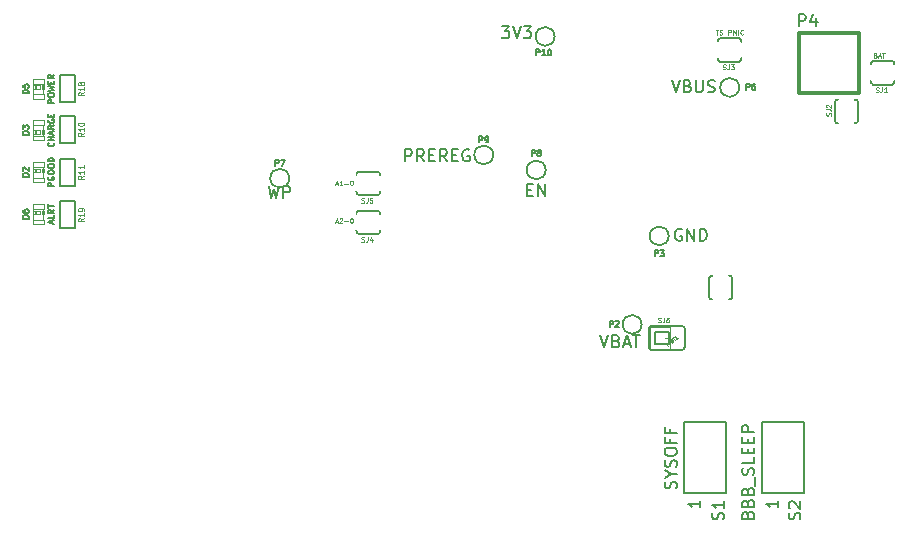
<source format=gto>
G04 (created by PCBNEW (2013-05-31 BZR 4019)-stable) date 3/21/2014 3:32:42 PM*
%MOIN*%
G04 Gerber Fmt 3.4, Leading zero omitted, Abs format*
%FSLAX34Y34*%
G01*
G70*
G90*
G04 APERTURE LIST*
%ADD10C,0.00590551*%
%ADD11C,0.008*%
%ADD12C,0.005*%
%ADD13C,0.012*%
%ADD14C,0.0026*%
%ADD15C,0.006*%
%ADD16C,0.004*%
%ADD17C,0.0035*%
%ADD18C,0.0045*%
%ADD19C,0.000175*%
%ADD20C,0.0025*%
G04 APERTURE END LIST*
G54D10*
G54D11*
X84136Y-51757D02*
X84764Y-51757D01*
X84764Y-52543D02*
X84136Y-52543D01*
X84057Y-52425D02*
G75*
G03X84135Y-52542I97J-19D01*
G74*
G01*
X84764Y-52543D02*
G75*
G03X84843Y-52425I-19J98D01*
G74*
G01*
X84842Y-51874D02*
G75*
G03X84764Y-51757I-97J19D01*
G74*
G01*
X84135Y-51756D02*
G75*
G03X84056Y-51874I19J-98D01*
G74*
G01*
X101286Y-46767D02*
X101914Y-46767D01*
X101914Y-47553D02*
X101286Y-47553D01*
X101207Y-47435D02*
G75*
G03X101285Y-47552I97J-19D01*
G74*
G01*
X101914Y-47553D02*
G75*
G03X101993Y-47435I-19J98D01*
G74*
G01*
X101992Y-46884D02*
G75*
G03X101914Y-46767I-97J19D01*
G74*
G01*
X101285Y-46766D02*
G75*
G03X101206Y-46884I19J-98D01*
G74*
G01*
X100783Y-48136D02*
X100783Y-48764D01*
X99997Y-48764D02*
X99997Y-48136D01*
X100114Y-48057D02*
G75*
G03X99997Y-48135I-19J-97D01*
G74*
G01*
X99996Y-48764D02*
G75*
G03X100114Y-48843I98J19D01*
G74*
G01*
X100665Y-48842D02*
G75*
G03X100782Y-48764I19J97D01*
G74*
G01*
X100783Y-48135D02*
G75*
G03X100665Y-48056I-98J-19D01*
G74*
G01*
X96186Y-46007D02*
X96814Y-46007D01*
X96814Y-46793D02*
X96186Y-46793D01*
X96107Y-46675D02*
G75*
G03X96185Y-46792I97J-19D01*
G74*
G01*
X96814Y-46793D02*
G75*
G03X96893Y-46675I-19J98D01*
G74*
G01*
X96892Y-46124D02*
G75*
G03X96814Y-46007I-97J19D01*
G74*
G01*
X96185Y-46006D02*
G75*
G03X96106Y-46124I19J-98D01*
G74*
G01*
G54D12*
X74175Y-49500D02*
X74175Y-48600D01*
X74175Y-48600D02*
X74675Y-48600D01*
X74675Y-48600D02*
X74675Y-49500D01*
X74675Y-49500D02*
X74175Y-49500D01*
X74675Y-50025D02*
X74675Y-50925D01*
X74675Y-50925D02*
X74175Y-50925D01*
X74175Y-50925D02*
X74175Y-50025D01*
X74175Y-50025D02*
X74675Y-50025D01*
X81816Y-50675D02*
G75*
G03X81816Y-50675I-316J0D01*
G74*
G01*
X96816Y-47650D02*
G75*
G03X96816Y-47650I-316J0D01*
G74*
G01*
X90666Y-45950D02*
G75*
G03X90666Y-45950I-316J0D01*
G74*
G01*
X90366Y-50400D02*
G75*
G03X90366Y-50400I-316J0D01*
G74*
G01*
X88616Y-49900D02*
G75*
G03X88616Y-49900I-316J0D01*
G74*
G01*
X94466Y-52600D02*
G75*
G03X94466Y-52600I-316J0D01*
G74*
G01*
X93566Y-55550D02*
G75*
G03X93566Y-55550I-316J0D01*
G74*
G01*
G54D13*
X98800Y-47850D02*
X98800Y-45850D01*
X98800Y-45850D02*
X100800Y-45850D01*
X100800Y-45850D02*
X100800Y-47850D01*
X100800Y-47850D02*
X98800Y-47850D01*
G54D10*
X97562Y-61181D02*
X98979Y-61181D01*
X98979Y-61181D02*
X98979Y-58818D01*
X98979Y-58818D02*
X97562Y-58818D01*
X97562Y-58818D02*
X97562Y-61181D01*
X94962Y-61181D02*
X96379Y-61181D01*
X96379Y-61181D02*
X96379Y-58818D01*
X96379Y-58818D02*
X94962Y-58818D01*
X94962Y-58818D02*
X94962Y-61181D01*
G54D11*
X84136Y-50457D02*
X84764Y-50457D01*
X84764Y-51243D02*
X84136Y-51243D01*
X84057Y-51125D02*
G75*
G03X84135Y-51242I97J-19D01*
G74*
G01*
X84764Y-51243D02*
G75*
G03X84843Y-51125I-19J98D01*
G74*
G01*
X84842Y-50574D02*
G75*
G03X84764Y-50457I-97J19D01*
G74*
G01*
X84135Y-50456D02*
G75*
G03X84056Y-50574I19J-98D01*
G74*
G01*
G54D14*
X93830Y-56400D02*
X94510Y-56400D01*
X94510Y-56400D02*
X94510Y-55630D01*
X93830Y-55630D02*
X94510Y-55630D01*
X93830Y-56400D02*
X93830Y-55630D01*
G54D15*
X94900Y-56400D02*
X93900Y-56400D01*
X95000Y-56300D02*
X95000Y-55700D01*
X93800Y-56300D02*
X93800Y-55700D01*
X93900Y-55600D02*
X94900Y-55600D01*
G54D12*
X94475Y-55800D02*
X94000Y-55800D01*
X94000Y-55800D02*
X94000Y-56200D01*
X94000Y-56200D02*
X94475Y-56200D01*
X94475Y-56200D02*
X94475Y-55800D01*
G54D15*
X95000Y-55700D02*
G75*
G03X94900Y-55600I-100J0D01*
G74*
G01*
X93900Y-55600D02*
G75*
G03X93800Y-55700I0J-100D01*
G74*
G01*
X93800Y-56300D02*
G75*
G03X93900Y-56400I100J0D01*
G74*
G01*
X94900Y-56400D02*
G75*
G03X95000Y-56300I0J100D01*
G74*
G01*
G54D14*
X73273Y-50298D02*
X73627Y-50298D01*
X73627Y-50298D02*
X73627Y-50141D01*
X73273Y-50141D02*
X73627Y-50141D01*
X73273Y-50298D02*
X73273Y-50141D01*
X73273Y-50809D02*
X73627Y-50809D01*
X73627Y-50809D02*
X73627Y-50652D01*
X73273Y-50652D02*
X73627Y-50652D01*
X73273Y-50809D02*
X73273Y-50652D01*
X73273Y-50475D02*
X73332Y-50475D01*
X73332Y-50475D02*
X73332Y-50357D01*
X73273Y-50357D02*
X73332Y-50357D01*
X73273Y-50475D02*
X73273Y-50357D01*
X73568Y-50475D02*
X73627Y-50475D01*
X73627Y-50475D02*
X73627Y-50357D01*
X73568Y-50357D02*
X73627Y-50357D01*
X73568Y-50475D02*
X73568Y-50357D01*
X73391Y-50475D02*
X73509Y-50475D01*
X73509Y-50475D02*
X73509Y-50357D01*
X73391Y-50357D02*
X73509Y-50357D01*
X73391Y-50475D02*
X73391Y-50357D01*
G54D16*
X73293Y-50298D02*
X73293Y-50652D01*
X73607Y-50298D02*
X73607Y-50652D01*
G54D14*
X73627Y-49252D02*
X73273Y-49252D01*
X73273Y-49252D02*
X73273Y-49409D01*
X73627Y-49409D02*
X73273Y-49409D01*
X73627Y-49252D02*
X73627Y-49409D01*
X73627Y-48741D02*
X73273Y-48741D01*
X73273Y-48741D02*
X73273Y-48898D01*
X73627Y-48898D02*
X73273Y-48898D01*
X73627Y-48741D02*
X73627Y-48898D01*
X73627Y-49075D02*
X73568Y-49075D01*
X73568Y-49075D02*
X73568Y-49193D01*
X73627Y-49193D02*
X73568Y-49193D01*
X73627Y-49075D02*
X73627Y-49193D01*
X73332Y-49075D02*
X73273Y-49075D01*
X73273Y-49075D02*
X73273Y-49193D01*
X73332Y-49193D02*
X73273Y-49193D01*
X73332Y-49075D02*
X73332Y-49193D01*
X73509Y-49075D02*
X73391Y-49075D01*
X73391Y-49075D02*
X73391Y-49193D01*
X73509Y-49193D02*
X73391Y-49193D01*
X73509Y-49075D02*
X73509Y-49193D01*
G54D16*
X73607Y-49252D02*
X73607Y-48898D01*
X73293Y-49252D02*
X73293Y-48898D01*
G54D11*
X96593Y-54011D02*
X96593Y-54639D01*
X95807Y-54639D02*
X95807Y-54011D01*
X95924Y-53932D02*
G75*
G03X95807Y-54010I-19J-97D01*
G74*
G01*
X95806Y-54639D02*
G75*
G03X95924Y-54718I98J19D01*
G74*
G01*
X96475Y-54717D02*
G75*
G03X96592Y-54639I19J97D01*
G74*
G01*
X96593Y-54010D02*
G75*
G03X96475Y-53931I-98J-19D01*
G74*
G01*
G54D12*
X74170Y-48140D02*
X74170Y-47240D01*
X74170Y-47240D02*
X74670Y-47240D01*
X74670Y-47240D02*
X74670Y-48140D01*
X74670Y-48140D02*
X74170Y-48140D01*
G54D14*
X73273Y-47523D02*
X73627Y-47523D01*
X73627Y-47523D02*
X73627Y-47366D01*
X73273Y-47366D02*
X73627Y-47366D01*
X73273Y-47523D02*
X73273Y-47366D01*
X73273Y-48034D02*
X73627Y-48034D01*
X73627Y-48034D02*
X73627Y-47877D01*
X73273Y-47877D02*
X73627Y-47877D01*
X73273Y-48034D02*
X73273Y-47877D01*
X73273Y-47700D02*
X73332Y-47700D01*
X73332Y-47700D02*
X73332Y-47582D01*
X73273Y-47582D02*
X73332Y-47582D01*
X73273Y-47700D02*
X73273Y-47582D01*
X73568Y-47700D02*
X73627Y-47700D01*
X73627Y-47700D02*
X73627Y-47582D01*
X73568Y-47582D02*
X73627Y-47582D01*
X73568Y-47700D02*
X73568Y-47582D01*
X73391Y-47700D02*
X73509Y-47700D01*
X73509Y-47700D02*
X73509Y-47582D01*
X73391Y-47582D02*
X73509Y-47582D01*
X73391Y-47700D02*
X73391Y-47582D01*
G54D16*
X73293Y-47523D02*
X73293Y-47877D01*
X73607Y-47523D02*
X73607Y-47877D01*
G54D12*
X74675Y-51425D02*
X74675Y-52325D01*
X74675Y-52325D02*
X74175Y-52325D01*
X74175Y-52325D02*
X74175Y-51425D01*
X74175Y-51425D02*
X74675Y-51425D01*
G54D14*
X73273Y-51698D02*
X73627Y-51698D01*
X73627Y-51698D02*
X73627Y-51541D01*
X73273Y-51541D02*
X73627Y-51541D01*
X73273Y-51698D02*
X73273Y-51541D01*
X73273Y-52209D02*
X73627Y-52209D01*
X73627Y-52209D02*
X73627Y-52052D01*
X73273Y-52052D02*
X73627Y-52052D01*
X73273Y-52209D02*
X73273Y-52052D01*
X73273Y-51875D02*
X73332Y-51875D01*
X73332Y-51875D02*
X73332Y-51757D01*
X73273Y-51757D02*
X73332Y-51757D01*
X73273Y-51875D02*
X73273Y-51757D01*
X73568Y-51875D02*
X73627Y-51875D01*
X73627Y-51875D02*
X73627Y-51757D01*
X73568Y-51757D02*
X73627Y-51757D01*
X73568Y-51875D02*
X73568Y-51757D01*
X73391Y-51875D02*
X73509Y-51875D01*
X73509Y-51875D02*
X73509Y-51757D01*
X73391Y-51757D02*
X73509Y-51757D01*
X73391Y-51875D02*
X73391Y-51757D01*
G54D16*
X73293Y-51698D02*
X73293Y-52052D01*
X73607Y-51698D02*
X73607Y-52052D01*
G54D17*
X84225Y-52787D02*
X84248Y-52794D01*
X84286Y-52794D01*
X84301Y-52787D01*
X84308Y-52779D01*
X84316Y-52764D01*
X84316Y-52749D01*
X84308Y-52733D01*
X84301Y-52726D01*
X84286Y-52718D01*
X84255Y-52710D01*
X84240Y-52703D01*
X84232Y-52695D01*
X84225Y-52680D01*
X84225Y-52665D01*
X84232Y-52650D01*
X84240Y-52642D01*
X84255Y-52634D01*
X84293Y-52634D01*
X84316Y-52642D01*
X84430Y-52634D02*
X84430Y-52749D01*
X84423Y-52771D01*
X84408Y-52787D01*
X84385Y-52794D01*
X84369Y-52794D01*
X84575Y-52688D02*
X84575Y-52794D01*
X84537Y-52627D02*
X84499Y-52741D01*
X84598Y-52741D01*
X83360Y-52119D02*
X83436Y-52119D01*
X83345Y-52164D02*
X83398Y-52004D01*
X83451Y-52164D01*
X83497Y-52020D02*
X83505Y-52012D01*
X83520Y-52004D01*
X83558Y-52004D01*
X83573Y-52012D01*
X83581Y-52020D01*
X83589Y-52035D01*
X83589Y-52050D01*
X83581Y-52073D01*
X83490Y-52164D01*
X83589Y-52164D01*
X83657Y-52103D02*
X83779Y-52103D01*
X83886Y-52004D02*
X83901Y-52004D01*
X83916Y-52012D01*
X83924Y-52020D01*
X83931Y-52035D01*
X83939Y-52065D01*
X83939Y-52103D01*
X83931Y-52134D01*
X83924Y-52149D01*
X83916Y-52157D01*
X83901Y-52164D01*
X83886Y-52164D01*
X83870Y-52157D01*
X83863Y-52149D01*
X83855Y-52134D01*
X83848Y-52103D01*
X83848Y-52065D01*
X83855Y-52035D01*
X83863Y-52020D01*
X83870Y-52012D01*
X83886Y-52004D01*
X101375Y-47797D02*
X101398Y-47804D01*
X101436Y-47804D01*
X101451Y-47797D01*
X101458Y-47789D01*
X101466Y-47774D01*
X101466Y-47759D01*
X101458Y-47743D01*
X101451Y-47736D01*
X101436Y-47728D01*
X101405Y-47720D01*
X101390Y-47713D01*
X101382Y-47705D01*
X101375Y-47690D01*
X101375Y-47675D01*
X101382Y-47660D01*
X101390Y-47652D01*
X101405Y-47644D01*
X101443Y-47644D01*
X101466Y-47652D01*
X101580Y-47644D02*
X101580Y-47759D01*
X101573Y-47781D01*
X101558Y-47797D01*
X101535Y-47804D01*
X101519Y-47804D01*
X101740Y-47804D02*
X101649Y-47804D01*
X101695Y-47804D02*
X101695Y-47644D01*
X101679Y-47667D01*
X101664Y-47682D01*
X101649Y-47690D01*
X101359Y-46570D02*
X101382Y-46578D01*
X101390Y-46586D01*
X101398Y-46601D01*
X101398Y-46624D01*
X101390Y-46639D01*
X101382Y-46647D01*
X101367Y-46654D01*
X101306Y-46654D01*
X101306Y-46494D01*
X101359Y-46494D01*
X101375Y-46502D01*
X101382Y-46510D01*
X101390Y-46525D01*
X101390Y-46540D01*
X101382Y-46555D01*
X101375Y-46563D01*
X101359Y-46570D01*
X101306Y-46570D01*
X101458Y-46609D02*
X101535Y-46609D01*
X101443Y-46654D02*
X101497Y-46494D01*
X101550Y-46654D01*
X101580Y-46494D02*
X101672Y-46494D01*
X101626Y-46654D02*
X101626Y-46494D01*
X99867Y-48590D02*
X99874Y-48568D01*
X99874Y-48529D01*
X99867Y-48514D01*
X99859Y-48507D01*
X99844Y-48499D01*
X99829Y-48499D01*
X99813Y-48507D01*
X99806Y-48514D01*
X99798Y-48529D01*
X99790Y-48560D01*
X99783Y-48575D01*
X99775Y-48583D01*
X99760Y-48590D01*
X99745Y-48590D01*
X99730Y-48583D01*
X99722Y-48575D01*
X99714Y-48560D01*
X99714Y-48522D01*
X99722Y-48499D01*
X99714Y-48385D02*
X99829Y-48385D01*
X99851Y-48392D01*
X99867Y-48408D01*
X99874Y-48430D01*
X99874Y-48446D01*
X99730Y-48316D02*
X99722Y-48308D01*
X99714Y-48293D01*
X99714Y-48255D01*
X99722Y-48240D01*
X99730Y-48232D01*
X99745Y-48225D01*
X99760Y-48225D01*
X99783Y-48232D01*
X99874Y-48324D01*
X99874Y-48225D01*
X96275Y-47037D02*
X96298Y-47044D01*
X96336Y-47044D01*
X96351Y-47037D01*
X96358Y-47029D01*
X96366Y-47014D01*
X96366Y-46999D01*
X96358Y-46983D01*
X96351Y-46976D01*
X96336Y-46968D01*
X96305Y-46960D01*
X96290Y-46953D01*
X96282Y-46945D01*
X96275Y-46930D01*
X96275Y-46915D01*
X96282Y-46900D01*
X96290Y-46892D01*
X96305Y-46884D01*
X96343Y-46884D01*
X96366Y-46892D01*
X96480Y-46884D02*
X96480Y-46999D01*
X96473Y-47021D01*
X96458Y-47037D01*
X96435Y-47044D01*
X96419Y-47044D01*
X96541Y-46884D02*
X96640Y-46884D01*
X96587Y-46945D01*
X96610Y-46945D01*
X96625Y-46953D01*
X96633Y-46960D01*
X96640Y-46976D01*
X96640Y-47014D01*
X96633Y-47029D01*
X96625Y-47037D01*
X96610Y-47044D01*
X96564Y-47044D01*
X96549Y-47037D01*
X96541Y-47029D01*
X96027Y-45729D02*
X96119Y-45729D01*
X96073Y-45889D02*
X96073Y-45729D01*
X96164Y-45882D02*
X96187Y-45889D01*
X96225Y-45889D01*
X96240Y-45882D01*
X96248Y-45874D01*
X96256Y-45859D01*
X96256Y-45844D01*
X96248Y-45828D01*
X96240Y-45821D01*
X96225Y-45813D01*
X96195Y-45805D01*
X96180Y-45798D01*
X96172Y-45790D01*
X96164Y-45775D01*
X96164Y-45760D01*
X96172Y-45745D01*
X96180Y-45737D01*
X96195Y-45729D01*
X96233Y-45729D01*
X96256Y-45737D01*
X96446Y-45889D02*
X96446Y-45729D01*
X96507Y-45729D01*
X96522Y-45737D01*
X96530Y-45745D01*
X96538Y-45760D01*
X96538Y-45783D01*
X96530Y-45798D01*
X96522Y-45805D01*
X96507Y-45813D01*
X96446Y-45813D01*
X96606Y-45889D02*
X96606Y-45729D01*
X96660Y-45844D01*
X96713Y-45729D01*
X96713Y-45889D01*
X96789Y-45889D02*
X96789Y-45729D01*
X96957Y-45874D02*
X96949Y-45882D01*
X96926Y-45889D01*
X96911Y-45889D01*
X96888Y-45882D01*
X96873Y-45866D01*
X96865Y-45851D01*
X96858Y-45821D01*
X96858Y-45798D01*
X96865Y-45767D01*
X96873Y-45752D01*
X96888Y-45737D01*
X96911Y-45729D01*
X96926Y-45729D01*
X96949Y-45737D01*
X96957Y-45745D01*
G54D18*
X74980Y-49165D02*
X74885Y-49225D01*
X74980Y-49268D02*
X74780Y-49268D01*
X74780Y-49200D01*
X74790Y-49182D01*
X74800Y-49174D01*
X74819Y-49165D01*
X74847Y-49165D01*
X74866Y-49174D01*
X74876Y-49182D01*
X74885Y-49200D01*
X74885Y-49268D01*
X74980Y-48994D02*
X74980Y-49097D01*
X74980Y-49045D02*
X74780Y-49045D01*
X74809Y-49062D01*
X74828Y-49080D01*
X74838Y-49097D01*
X74780Y-48882D02*
X74780Y-48865D01*
X74790Y-48848D01*
X74800Y-48840D01*
X74819Y-48831D01*
X74857Y-48822D01*
X74904Y-48822D01*
X74942Y-48831D01*
X74961Y-48840D01*
X74971Y-48848D01*
X74980Y-48865D01*
X74980Y-48882D01*
X74971Y-48900D01*
X74961Y-48908D01*
X74942Y-48917D01*
X74904Y-48925D01*
X74857Y-48925D01*
X74819Y-48917D01*
X74800Y-48908D01*
X74790Y-48900D01*
X74780Y-48882D01*
X74980Y-50590D02*
X74885Y-50650D01*
X74980Y-50693D02*
X74780Y-50693D01*
X74780Y-50625D01*
X74790Y-50607D01*
X74800Y-50599D01*
X74819Y-50590D01*
X74847Y-50590D01*
X74866Y-50599D01*
X74876Y-50607D01*
X74885Y-50625D01*
X74885Y-50693D01*
X74980Y-50419D02*
X74980Y-50522D01*
X74980Y-50470D02*
X74780Y-50470D01*
X74809Y-50487D01*
X74828Y-50505D01*
X74838Y-50522D01*
X74980Y-50247D02*
X74980Y-50350D01*
X74980Y-50299D02*
X74780Y-50299D01*
X74809Y-50316D01*
X74828Y-50333D01*
X74838Y-50350D01*
G54D12*
X81352Y-50256D02*
X81352Y-50056D01*
X81428Y-50056D01*
X81447Y-50066D01*
X81457Y-50076D01*
X81466Y-50095D01*
X81466Y-50123D01*
X81457Y-50142D01*
X81447Y-50152D01*
X81428Y-50161D01*
X81352Y-50161D01*
X81533Y-50056D02*
X81666Y-50056D01*
X81580Y-50256D01*
X81128Y-50936D02*
X81223Y-51336D01*
X81300Y-51051D01*
X81376Y-51336D01*
X81471Y-50936D01*
X81623Y-51336D02*
X81623Y-50936D01*
X81776Y-50936D01*
X81814Y-50955D01*
X81833Y-50975D01*
X81852Y-51013D01*
X81852Y-51070D01*
X81833Y-51108D01*
X81814Y-51127D01*
X81776Y-51146D01*
X81623Y-51146D01*
X97052Y-47730D02*
X97052Y-47530D01*
X97128Y-47530D01*
X97147Y-47540D01*
X97157Y-47550D01*
X97166Y-47569D01*
X97166Y-47597D01*
X97157Y-47616D01*
X97147Y-47626D01*
X97128Y-47635D01*
X97052Y-47635D01*
X97338Y-47530D02*
X97300Y-47530D01*
X97280Y-47540D01*
X97271Y-47550D01*
X97252Y-47578D01*
X97242Y-47616D01*
X97242Y-47692D01*
X97252Y-47711D01*
X97261Y-47721D01*
X97280Y-47730D01*
X97319Y-47730D01*
X97338Y-47721D01*
X97347Y-47711D01*
X97357Y-47692D01*
X97357Y-47645D01*
X97347Y-47626D01*
X97338Y-47616D01*
X97319Y-47607D01*
X97280Y-47607D01*
X97261Y-47616D01*
X97252Y-47626D01*
X97242Y-47645D01*
X94566Y-47411D02*
X94700Y-47811D01*
X94833Y-47411D01*
X95100Y-47602D02*
X95157Y-47621D01*
X95176Y-47640D01*
X95195Y-47678D01*
X95195Y-47735D01*
X95176Y-47773D01*
X95157Y-47792D01*
X95119Y-47811D01*
X94966Y-47811D01*
X94966Y-47411D01*
X95100Y-47411D01*
X95138Y-47430D01*
X95157Y-47450D01*
X95176Y-47488D01*
X95176Y-47526D01*
X95157Y-47564D01*
X95138Y-47583D01*
X95100Y-47602D01*
X94966Y-47602D01*
X95366Y-47411D02*
X95366Y-47735D01*
X95385Y-47773D01*
X95404Y-47792D01*
X95442Y-47811D01*
X95519Y-47811D01*
X95557Y-47792D01*
X95576Y-47773D01*
X95595Y-47735D01*
X95595Y-47411D01*
X95766Y-47792D02*
X95823Y-47811D01*
X95919Y-47811D01*
X95957Y-47792D01*
X95976Y-47773D01*
X95995Y-47735D01*
X95995Y-47697D01*
X95976Y-47659D01*
X95957Y-47640D01*
X95919Y-47621D01*
X95842Y-47602D01*
X95804Y-47583D01*
X95785Y-47564D01*
X95766Y-47526D01*
X95766Y-47488D01*
X95785Y-47450D01*
X95804Y-47430D01*
X95842Y-47411D01*
X95938Y-47411D01*
X95995Y-47430D01*
X90057Y-46580D02*
X90057Y-46380D01*
X90133Y-46380D01*
X90152Y-46390D01*
X90161Y-46400D01*
X90171Y-46419D01*
X90171Y-46447D01*
X90161Y-46466D01*
X90152Y-46476D01*
X90133Y-46485D01*
X90057Y-46485D01*
X90361Y-46580D02*
X90247Y-46580D01*
X90304Y-46580D02*
X90304Y-46380D01*
X90285Y-46409D01*
X90266Y-46428D01*
X90247Y-46438D01*
X90485Y-46380D02*
X90504Y-46380D01*
X90523Y-46390D01*
X90533Y-46400D01*
X90542Y-46419D01*
X90552Y-46457D01*
X90552Y-46504D01*
X90542Y-46542D01*
X90533Y-46561D01*
X90523Y-46571D01*
X90504Y-46580D01*
X90485Y-46580D01*
X90466Y-46571D01*
X90457Y-46561D01*
X90447Y-46542D01*
X90438Y-46504D01*
X90438Y-46457D01*
X90447Y-46419D01*
X90457Y-46400D01*
X90466Y-46390D01*
X90485Y-46380D01*
X88904Y-45611D02*
X89152Y-45611D01*
X89019Y-45764D01*
X89076Y-45764D01*
X89114Y-45783D01*
X89133Y-45802D01*
X89152Y-45840D01*
X89152Y-45935D01*
X89133Y-45973D01*
X89114Y-45992D01*
X89076Y-46011D01*
X88961Y-46011D01*
X88923Y-45992D01*
X88904Y-45973D01*
X89266Y-45611D02*
X89400Y-46011D01*
X89533Y-45611D01*
X89628Y-45611D02*
X89876Y-45611D01*
X89742Y-45764D01*
X89800Y-45764D01*
X89838Y-45783D01*
X89857Y-45802D01*
X89876Y-45840D01*
X89876Y-45935D01*
X89857Y-45973D01*
X89838Y-45992D01*
X89800Y-46011D01*
X89685Y-46011D01*
X89647Y-45992D01*
X89628Y-45973D01*
X89902Y-49930D02*
X89902Y-49730D01*
X89978Y-49730D01*
X89997Y-49740D01*
X90007Y-49750D01*
X90016Y-49769D01*
X90016Y-49797D01*
X90007Y-49816D01*
X89997Y-49826D01*
X89978Y-49835D01*
X89902Y-49835D01*
X90130Y-49816D02*
X90111Y-49807D01*
X90102Y-49797D01*
X90092Y-49778D01*
X90092Y-49769D01*
X90102Y-49750D01*
X90111Y-49740D01*
X90130Y-49730D01*
X90169Y-49730D01*
X90188Y-49740D01*
X90197Y-49750D01*
X90207Y-49769D01*
X90207Y-49778D01*
X90197Y-49797D01*
X90188Y-49807D01*
X90169Y-49816D01*
X90130Y-49816D01*
X90111Y-49826D01*
X90102Y-49835D01*
X90092Y-49854D01*
X90092Y-49892D01*
X90102Y-49911D01*
X90111Y-49921D01*
X90130Y-49930D01*
X90169Y-49930D01*
X90188Y-49921D01*
X90197Y-49911D01*
X90207Y-49892D01*
X90207Y-49854D01*
X90197Y-49835D01*
X90188Y-49826D01*
X90169Y-49816D01*
X89754Y-51052D02*
X89888Y-51052D01*
X89945Y-51261D02*
X89754Y-51261D01*
X89754Y-50861D01*
X89945Y-50861D01*
X90116Y-51261D02*
X90116Y-50861D01*
X90345Y-51261D01*
X90345Y-50861D01*
X88152Y-49481D02*
X88152Y-49281D01*
X88228Y-49281D01*
X88247Y-49291D01*
X88257Y-49301D01*
X88266Y-49320D01*
X88266Y-49348D01*
X88257Y-49367D01*
X88247Y-49377D01*
X88228Y-49386D01*
X88152Y-49386D01*
X88361Y-49481D02*
X88400Y-49481D01*
X88419Y-49472D01*
X88428Y-49462D01*
X88447Y-49434D01*
X88457Y-49396D01*
X88457Y-49320D01*
X88447Y-49301D01*
X88438Y-49291D01*
X88419Y-49281D01*
X88380Y-49281D01*
X88361Y-49291D01*
X88352Y-49301D01*
X88342Y-49320D01*
X88342Y-49367D01*
X88352Y-49386D01*
X88361Y-49396D01*
X88380Y-49405D01*
X88419Y-49405D01*
X88438Y-49396D01*
X88447Y-49386D01*
X88457Y-49367D01*
X85683Y-50111D02*
X85683Y-49711D01*
X85835Y-49711D01*
X85873Y-49730D01*
X85892Y-49750D01*
X85911Y-49788D01*
X85911Y-49845D01*
X85892Y-49883D01*
X85873Y-49902D01*
X85835Y-49921D01*
X85683Y-49921D01*
X86311Y-50111D02*
X86178Y-49921D01*
X86083Y-50111D02*
X86083Y-49711D01*
X86235Y-49711D01*
X86273Y-49730D01*
X86292Y-49750D01*
X86311Y-49788D01*
X86311Y-49845D01*
X86292Y-49883D01*
X86273Y-49902D01*
X86235Y-49921D01*
X86083Y-49921D01*
X86483Y-49902D02*
X86616Y-49902D01*
X86673Y-50111D02*
X86483Y-50111D01*
X86483Y-49711D01*
X86673Y-49711D01*
X87073Y-50111D02*
X86940Y-49921D01*
X86845Y-50111D02*
X86845Y-49711D01*
X86997Y-49711D01*
X87035Y-49730D01*
X87054Y-49750D01*
X87073Y-49788D01*
X87073Y-49845D01*
X87054Y-49883D01*
X87035Y-49902D01*
X86997Y-49921D01*
X86845Y-49921D01*
X87245Y-49902D02*
X87378Y-49902D01*
X87435Y-50111D02*
X87245Y-50111D01*
X87245Y-49711D01*
X87435Y-49711D01*
X87816Y-49730D02*
X87778Y-49711D01*
X87721Y-49711D01*
X87664Y-49730D01*
X87626Y-49769D01*
X87607Y-49807D01*
X87588Y-49883D01*
X87588Y-49940D01*
X87607Y-50016D01*
X87626Y-50054D01*
X87664Y-50092D01*
X87721Y-50111D01*
X87759Y-50111D01*
X87816Y-50092D01*
X87835Y-50073D01*
X87835Y-49940D01*
X87759Y-49940D01*
X94002Y-53280D02*
X94002Y-53080D01*
X94078Y-53080D01*
X94097Y-53090D01*
X94107Y-53100D01*
X94116Y-53119D01*
X94116Y-53147D01*
X94107Y-53166D01*
X94097Y-53176D01*
X94078Y-53185D01*
X94002Y-53185D01*
X94183Y-53080D02*
X94307Y-53080D01*
X94240Y-53157D01*
X94269Y-53157D01*
X94288Y-53166D01*
X94297Y-53176D01*
X94307Y-53195D01*
X94307Y-53242D01*
X94297Y-53261D01*
X94288Y-53271D01*
X94269Y-53280D01*
X94211Y-53280D01*
X94192Y-53271D01*
X94183Y-53261D01*
X94895Y-52380D02*
X94857Y-52361D01*
X94800Y-52361D01*
X94742Y-52380D01*
X94704Y-52419D01*
X94685Y-52457D01*
X94666Y-52533D01*
X94666Y-52590D01*
X94685Y-52666D01*
X94704Y-52704D01*
X94742Y-52742D01*
X94800Y-52761D01*
X94838Y-52761D01*
X94895Y-52742D01*
X94914Y-52723D01*
X94914Y-52590D01*
X94838Y-52590D01*
X95085Y-52761D02*
X95085Y-52361D01*
X95314Y-52761D01*
X95314Y-52361D01*
X95504Y-52761D02*
X95504Y-52361D01*
X95600Y-52361D01*
X95657Y-52380D01*
X95695Y-52419D01*
X95714Y-52457D01*
X95733Y-52533D01*
X95733Y-52590D01*
X95714Y-52666D01*
X95695Y-52704D01*
X95657Y-52742D01*
X95600Y-52761D01*
X95504Y-52761D01*
X92502Y-55630D02*
X92502Y-55430D01*
X92578Y-55430D01*
X92597Y-55440D01*
X92607Y-55450D01*
X92616Y-55469D01*
X92616Y-55497D01*
X92607Y-55516D01*
X92597Y-55526D01*
X92578Y-55535D01*
X92502Y-55535D01*
X92692Y-55450D02*
X92702Y-55440D01*
X92721Y-55430D01*
X92769Y-55430D01*
X92788Y-55440D01*
X92797Y-55450D01*
X92807Y-55469D01*
X92807Y-55488D01*
X92797Y-55516D01*
X92683Y-55630D01*
X92807Y-55630D01*
X92192Y-55911D02*
X92326Y-56311D01*
X92459Y-55911D01*
X92726Y-56102D02*
X92783Y-56121D01*
X92802Y-56140D01*
X92821Y-56178D01*
X92821Y-56235D01*
X92802Y-56273D01*
X92783Y-56292D01*
X92745Y-56311D01*
X92592Y-56311D01*
X92592Y-55911D01*
X92726Y-55911D01*
X92764Y-55930D01*
X92783Y-55950D01*
X92802Y-55988D01*
X92802Y-56026D01*
X92783Y-56064D01*
X92764Y-56083D01*
X92726Y-56102D01*
X92592Y-56102D01*
X92973Y-56197D02*
X93164Y-56197D01*
X92935Y-56311D02*
X93069Y-55911D01*
X93202Y-56311D01*
X93278Y-55911D02*
X93507Y-55911D01*
X93392Y-56311D02*
X93392Y-55911D01*
G54D11*
X98804Y-45611D02*
X98804Y-45211D01*
X98957Y-45211D01*
X98995Y-45230D01*
X99014Y-45250D01*
X99033Y-45288D01*
X99033Y-45345D01*
X99014Y-45383D01*
X98995Y-45402D01*
X98957Y-45421D01*
X98804Y-45421D01*
X99376Y-45345D02*
X99376Y-45611D01*
X99280Y-45192D02*
X99185Y-45478D01*
X99433Y-45478D01*
G54D10*
X98840Y-62049D02*
X98859Y-61993D01*
X98859Y-61899D01*
X98840Y-61862D01*
X98821Y-61843D01*
X98784Y-61824D01*
X98746Y-61824D01*
X98709Y-61843D01*
X98690Y-61862D01*
X98671Y-61899D01*
X98653Y-61974D01*
X98634Y-62012D01*
X98615Y-62031D01*
X98578Y-62049D01*
X98540Y-62049D01*
X98503Y-62031D01*
X98484Y-62012D01*
X98465Y-61974D01*
X98465Y-61881D01*
X98484Y-61824D01*
X98503Y-61675D02*
X98484Y-61656D01*
X98465Y-61618D01*
X98465Y-61525D01*
X98484Y-61487D01*
X98503Y-61468D01*
X98540Y-61450D01*
X98578Y-61450D01*
X98634Y-61468D01*
X98859Y-61693D01*
X98859Y-61450D01*
X97103Y-61890D02*
X97121Y-61834D01*
X97140Y-61815D01*
X97178Y-61796D01*
X97234Y-61796D01*
X97271Y-61815D01*
X97290Y-61834D01*
X97309Y-61871D01*
X97309Y-62021D01*
X96915Y-62021D01*
X96915Y-61890D01*
X96934Y-61852D01*
X96953Y-61834D01*
X96990Y-61815D01*
X97028Y-61815D01*
X97065Y-61834D01*
X97084Y-61852D01*
X97103Y-61890D01*
X97103Y-62021D01*
X97103Y-61496D02*
X97121Y-61440D01*
X97140Y-61421D01*
X97178Y-61403D01*
X97234Y-61403D01*
X97271Y-61421D01*
X97290Y-61440D01*
X97309Y-61477D01*
X97309Y-61627D01*
X96915Y-61627D01*
X96915Y-61496D01*
X96934Y-61459D01*
X96953Y-61440D01*
X96990Y-61421D01*
X97028Y-61421D01*
X97065Y-61440D01*
X97084Y-61459D01*
X97103Y-61496D01*
X97103Y-61627D01*
X97103Y-61103D02*
X97121Y-61046D01*
X97140Y-61028D01*
X97178Y-61009D01*
X97234Y-61009D01*
X97271Y-61028D01*
X97290Y-61046D01*
X97309Y-61084D01*
X97309Y-61234D01*
X96915Y-61234D01*
X96915Y-61103D01*
X96934Y-61065D01*
X96953Y-61046D01*
X96990Y-61028D01*
X97028Y-61028D01*
X97065Y-61046D01*
X97084Y-61065D01*
X97103Y-61103D01*
X97103Y-61234D01*
X97346Y-60934D02*
X97346Y-60634D01*
X97290Y-60559D02*
X97309Y-60503D01*
X97309Y-60409D01*
X97290Y-60371D01*
X97271Y-60353D01*
X97234Y-60334D01*
X97196Y-60334D01*
X97159Y-60353D01*
X97140Y-60371D01*
X97121Y-60409D01*
X97103Y-60484D01*
X97084Y-60521D01*
X97065Y-60540D01*
X97028Y-60559D01*
X96990Y-60559D01*
X96953Y-60540D01*
X96934Y-60521D01*
X96915Y-60484D01*
X96915Y-60390D01*
X96934Y-60334D01*
X97309Y-59978D02*
X97309Y-60165D01*
X96915Y-60165D01*
X97103Y-59846D02*
X97103Y-59715D01*
X97309Y-59659D02*
X97309Y-59846D01*
X96915Y-59846D01*
X96915Y-59659D01*
X97103Y-59490D02*
X97103Y-59359D01*
X97309Y-59303D02*
X97309Y-59490D01*
X96915Y-59490D01*
X96915Y-59303D01*
X97309Y-59134D02*
X96915Y-59134D01*
X96915Y-58984D01*
X96934Y-58947D01*
X96953Y-58928D01*
X96990Y-58909D01*
X97046Y-58909D01*
X97084Y-58928D01*
X97103Y-58947D01*
X97121Y-58984D01*
X97121Y-59134D01*
X98115Y-61422D02*
X98115Y-61647D01*
X98115Y-61535D02*
X97721Y-61535D01*
X97778Y-61572D01*
X97815Y-61610D01*
X97834Y-61647D01*
X96290Y-62049D02*
X96309Y-61993D01*
X96309Y-61899D01*
X96290Y-61862D01*
X96271Y-61843D01*
X96234Y-61824D01*
X96196Y-61824D01*
X96159Y-61843D01*
X96140Y-61862D01*
X96121Y-61899D01*
X96103Y-61974D01*
X96084Y-62012D01*
X96065Y-62031D01*
X96028Y-62049D01*
X95990Y-62049D01*
X95953Y-62031D01*
X95934Y-62012D01*
X95915Y-61974D01*
X95915Y-61881D01*
X95934Y-61824D01*
X96309Y-61450D02*
X96309Y-61675D01*
X96309Y-61562D02*
X95915Y-61562D01*
X95971Y-61600D01*
X96009Y-61637D01*
X96028Y-61675D01*
X94709Y-61012D02*
X94728Y-60956D01*
X94728Y-60862D01*
X94709Y-60824D01*
X94690Y-60806D01*
X94653Y-60787D01*
X94615Y-60787D01*
X94578Y-60806D01*
X94559Y-60824D01*
X94540Y-60862D01*
X94522Y-60937D01*
X94503Y-60974D01*
X94484Y-60993D01*
X94447Y-61012D01*
X94409Y-61012D01*
X94372Y-60993D01*
X94353Y-60974D01*
X94334Y-60937D01*
X94334Y-60843D01*
X94353Y-60787D01*
X94540Y-60543D02*
X94728Y-60543D01*
X94334Y-60674D02*
X94540Y-60543D01*
X94334Y-60412D01*
X94709Y-60299D02*
X94728Y-60243D01*
X94728Y-60149D01*
X94709Y-60112D01*
X94690Y-60093D01*
X94653Y-60074D01*
X94615Y-60074D01*
X94578Y-60093D01*
X94559Y-60112D01*
X94540Y-60149D01*
X94522Y-60224D01*
X94503Y-60262D01*
X94484Y-60281D01*
X94447Y-60299D01*
X94409Y-60299D01*
X94372Y-60281D01*
X94353Y-60262D01*
X94334Y-60224D01*
X94334Y-60131D01*
X94353Y-60074D01*
X94334Y-59831D02*
X94334Y-59756D01*
X94353Y-59718D01*
X94390Y-59681D01*
X94465Y-59662D01*
X94597Y-59662D01*
X94672Y-59681D01*
X94709Y-59718D01*
X94728Y-59756D01*
X94728Y-59831D01*
X94709Y-59868D01*
X94672Y-59906D01*
X94597Y-59925D01*
X94465Y-59925D01*
X94390Y-59906D01*
X94353Y-59868D01*
X94334Y-59831D01*
X94522Y-59362D02*
X94522Y-59493D01*
X94728Y-59493D02*
X94334Y-59493D01*
X94334Y-59306D01*
X94522Y-59025D02*
X94522Y-59156D01*
X94728Y-59156D02*
X94334Y-59156D01*
X94334Y-58968D01*
X95515Y-61422D02*
X95515Y-61647D01*
X95515Y-61535D02*
X95121Y-61535D01*
X95178Y-61572D01*
X95215Y-61610D01*
X95234Y-61647D01*
G54D17*
X84225Y-51487D02*
X84248Y-51494D01*
X84286Y-51494D01*
X84301Y-51487D01*
X84308Y-51479D01*
X84316Y-51464D01*
X84316Y-51449D01*
X84308Y-51433D01*
X84301Y-51426D01*
X84286Y-51418D01*
X84255Y-51410D01*
X84240Y-51403D01*
X84232Y-51395D01*
X84225Y-51380D01*
X84225Y-51365D01*
X84232Y-51350D01*
X84240Y-51342D01*
X84255Y-51334D01*
X84293Y-51334D01*
X84316Y-51342D01*
X84430Y-51334D02*
X84430Y-51449D01*
X84423Y-51471D01*
X84408Y-51487D01*
X84385Y-51494D01*
X84369Y-51494D01*
X84583Y-51334D02*
X84507Y-51334D01*
X84499Y-51410D01*
X84507Y-51403D01*
X84522Y-51395D01*
X84560Y-51395D01*
X84575Y-51403D01*
X84583Y-51410D01*
X84590Y-51426D01*
X84590Y-51464D01*
X84583Y-51479D01*
X84575Y-51487D01*
X84560Y-51494D01*
X84522Y-51494D01*
X84507Y-51487D01*
X84499Y-51479D01*
X83360Y-50869D02*
X83436Y-50869D01*
X83345Y-50914D02*
X83398Y-50754D01*
X83451Y-50914D01*
X83589Y-50914D02*
X83497Y-50914D01*
X83543Y-50914D02*
X83543Y-50754D01*
X83528Y-50777D01*
X83512Y-50792D01*
X83497Y-50800D01*
X83657Y-50853D02*
X83779Y-50853D01*
X83886Y-50754D02*
X83901Y-50754D01*
X83916Y-50762D01*
X83924Y-50770D01*
X83931Y-50785D01*
X83939Y-50815D01*
X83939Y-50853D01*
X83931Y-50884D01*
X83924Y-50899D01*
X83916Y-50907D01*
X83901Y-50914D01*
X83886Y-50914D01*
X83870Y-50907D01*
X83863Y-50899D01*
X83855Y-50884D01*
X83848Y-50853D01*
X83848Y-50815D01*
X83855Y-50785D01*
X83863Y-50770D01*
X83870Y-50762D01*
X83886Y-50754D01*
X94117Y-55477D02*
X94140Y-55484D01*
X94178Y-55484D01*
X94193Y-55477D01*
X94200Y-55469D01*
X94208Y-55454D01*
X94208Y-55439D01*
X94200Y-55423D01*
X94193Y-55416D01*
X94178Y-55408D01*
X94147Y-55400D01*
X94132Y-55393D01*
X94124Y-55385D01*
X94117Y-55370D01*
X94117Y-55355D01*
X94124Y-55340D01*
X94132Y-55332D01*
X94147Y-55324D01*
X94185Y-55324D01*
X94208Y-55332D01*
X94322Y-55324D02*
X94322Y-55439D01*
X94315Y-55461D01*
X94300Y-55477D01*
X94277Y-55484D01*
X94261Y-55484D01*
X94467Y-55324D02*
X94437Y-55324D01*
X94421Y-55332D01*
X94414Y-55340D01*
X94399Y-55362D01*
X94391Y-55393D01*
X94391Y-55454D01*
X94399Y-55469D01*
X94406Y-55477D01*
X94421Y-55484D01*
X94452Y-55484D01*
X94467Y-55477D01*
X94475Y-55469D01*
X94482Y-55454D01*
X94482Y-55416D01*
X94475Y-55400D01*
X94467Y-55393D01*
X94452Y-55385D01*
X94421Y-55385D01*
X94406Y-55393D01*
X94399Y-55400D01*
X94391Y-55416D01*
G54D19*
X94359Y-55999D02*
X94355Y-55999D01*
X94355Y-55992D01*
X94362Y-55992D02*
X94364Y-55992D01*
X94364Y-55993D01*
X94365Y-55993D01*
X94365Y-55995D01*
X94365Y-55997D01*
X94365Y-55998D01*
X94364Y-55999D01*
X94364Y-55999D01*
X94362Y-55999D01*
X94362Y-55999D01*
X94361Y-55998D01*
X94361Y-55997D01*
X94361Y-55995D01*
X94361Y-55993D01*
X94362Y-55993D01*
X94362Y-55992D01*
X94368Y-55992D02*
X94369Y-55999D01*
X94371Y-55994D01*
X94372Y-55999D01*
X94374Y-55992D01*
X94379Y-55996D02*
X94380Y-55996D01*
X94380Y-55996D01*
X94380Y-55997D01*
X94380Y-55998D01*
X94380Y-55999D01*
X94380Y-55999D01*
X94379Y-55999D01*
X94376Y-55999D01*
X94376Y-55992D01*
X94379Y-55992D01*
X94379Y-55993D01*
X94380Y-55993D01*
X94380Y-55994D01*
X94380Y-55994D01*
X94380Y-55995D01*
X94379Y-55995D01*
X94379Y-55996D01*
X94376Y-55996D01*
X94383Y-55997D02*
X94386Y-55997D01*
X94382Y-55999D02*
X94385Y-55992D01*
X94387Y-55999D01*
X94388Y-55992D02*
X94392Y-55992D01*
X94390Y-55999D02*
X94390Y-55992D01*
X94393Y-56000D02*
X94398Y-56000D01*
X94400Y-55999D02*
X94400Y-55992D01*
X94402Y-55992D01*
X94403Y-55993D01*
X94403Y-55993D01*
X94404Y-55994D01*
X94404Y-55995D01*
X94404Y-55996D01*
X94404Y-55998D01*
X94403Y-55998D01*
X94403Y-55999D01*
X94402Y-55999D01*
X94400Y-55999D01*
X94407Y-55999D02*
X94407Y-55992D01*
X94410Y-55999D02*
X94411Y-55999D01*
X94413Y-55999D01*
X94413Y-55999D01*
X94414Y-55999D01*
X94414Y-55998D01*
X94414Y-55997D01*
X94414Y-55997D01*
X94413Y-55996D01*
X94413Y-55996D01*
X94411Y-55996D01*
X94411Y-55995D01*
X94410Y-55995D01*
X94410Y-55994D01*
X94410Y-55994D01*
X94410Y-55993D01*
X94411Y-55993D01*
X94411Y-55992D01*
X94413Y-55992D01*
X94414Y-55993D01*
G54D17*
G54D20*
X94452Y-56254D02*
X94388Y-56177D01*
X94417Y-56153D01*
X94428Y-56150D01*
X94434Y-56151D01*
X94444Y-56155D01*
X94453Y-56166D01*
X94456Y-56177D01*
X94455Y-56183D01*
X94451Y-56193D01*
X94422Y-56218D01*
X94507Y-56171D02*
X94543Y-56140D01*
X94518Y-56199D02*
X94479Y-56101D01*
X94569Y-56156D01*
X94588Y-56134D02*
X94602Y-56129D01*
X94620Y-56113D01*
X94624Y-56103D01*
X94625Y-56097D01*
X94622Y-56086D01*
X94616Y-56079D01*
X94607Y-56075D01*
X94600Y-56074D01*
X94590Y-56077D01*
X94572Y-56085D01*
X94561Y-56088D01*
X94555Y-56087D01*
X94545Y-56083D01*
X94539Y-56076D01*
X94536Y-56065D01*
X94537Y-56059D01*
X94541Y-56049D01*
X94559Y-56034D01*
X94573Y-56028D01*
X94592Y-56006D02*
X94636Y-55969D01*
X94678Y-56064D02*
X94614Y-55988D01*
X94692Y-55984D02*
X94718Y-55963D01*
X94762Y-55994D02*
X94726Y-56024D01*
X94662Y-55948D01*
X94698Y-55917D01*
G54D17*
G54D12*
X73130Y-50622D02*
X72930Y-50622D01*
X72930Y-50575D01*
X72940Y-50546D01*
X72959Y-50527D01*
X72978Y-50517D01*
X73016Y-50508D01*
X73045Y-50508D01*
X73083Y-50517D01*
X73102Y-50527D01*
X73121Y-50546D01*
X73130Y-50575D01*
X73130Y-50622D01*
X72950Y-50432D02*
X72940Y-50422D01*
X72930Y-50403D01*
X72930Y-50355D01*
X72940Y-50336D01*
X72950Y-50327D01*
X72969Y-50317D01*
X72988Y-50317D01*
X73016Y-50327D01*
X73130Y-50441D01*
X73130Y-50317D01*
X73980Y-50936D02*
X73780Y-50936D01*
X73780Y-50860D01*
X73790Y-50841D01*
X73800Y-50832D01*
X73819Y-50822D01*
X73847Y-50822D01*
X73866Y-50832D01*
X73876Y-50841D01*
X73885Y-50860D01*
X73885Y-50936D01*
X73790Y-50632D02*
X73780Y-50651D01*
X73780Y-50679D01*
X73790Y-50708D01*
X73809Y-50727D01*
X73828Y-50736D01*
X73866Y-50746D01*
X73895Y-50746D01*
X73933Y-50736D01*
X73952Y-50727D01*
X73971Y-50708D01*
X73980Y-50679D01*
X73980Y-50660D01*
X73971Y-50632D01*
X73961Y-50622D01*
X73895Y-50622D01*
X73895Y-50660D01*
X73780Y-50498D02*
X73780Y-50460D01*
X73790Y-50441D01*
X73809Y-50422D01*
X73847Y-50413D01*
X73914Y-50413D01*
X73952Y-50422D01*
X73971Y-50441D01*
X73980Y-50460D01*
X73980Y-50498D01*
X73971Y-50517D01*
X73952Y-50536D01*
X73914Y-50546D01*
X73847Y-50546D01*
X73809Y-50536D01*
X73790Y-50517D01*
X73780Y-50498D01*
X73780Y-50289D02*
X73780Y-50251D01*
X73790Y-50232D01*
X73809Y-50213D01*
X73847Y-50203D01*
X73914Y-50203D01*
X73952Y-50213D01*
X73971Y-50232D01*
X73980Y-50251D01*
X73980Y-50289D01*
X73971Y-50308D01*
X73952Y-50327D01*
X73914Y-50336D01*
X73847Y-50336D01*
X73809Y-50327D01*
X73790Y-50308D01*
X73780Y-50289D01*
X73980Y-50117D02*
X73780Y-50117D01*
X73780Y-50070D01*
X73790Y-50041D01*
X73809Y-50022D01*
X73828Y-50013D01*
X73866Y-50003D01*
X73895Y-50003D01*
X73933Y-50013D01*
X73952Y-50022D01*
X73971Y-50041D01*
X73980Y-50070D01*
X73980Y-50117D01*
X73130Y-49222D02*
X72930Y-49222D01*
X72930Y-49175D01*
X72940Y-49146D01*
X72959Y-49127D01*
X72978Y-49117D01*
X73016Y-49108D01*
X73045Y-49108D01*
X73083Y-49117D01*
X73102Y-49127D01*
X73121Y-49146D01*
X73130Y-49175D01*
X73130Y-49222D01*
X72930Y-49041D02*
X72930Y-48917D01*
X73007Y-48984D01*
X73007Y-48955D01*
X73016Y-48936D01*
X73026Y-48927D01*
X73045Y-48917D01*
X73092Y-48917D01*
X73111Y-48927D01*
X73121Y-48936D01*
X73130Y-48955D01*
X73130Y-49013D01*
X73121Y-49032D01*
X73111Y-49041D01*
X73961Y-49494D02*
X73971Y-49503D01*
X73980Y-49532D01*
X73980Y-49551D01*
X73971Y-49579D01*
X73952Y-49598D01*
X73933Y-49608D01*
X73895Y-49617D01*
X73866Y-49617D01*
X73828Y-49608D01*
X73809Y-49598D01*
X73790Y-49579D01*
X73780Y-49551D01*
X73780Y-49532D01*
X73790Y-49503D01*
X73800Y-49494D01*
X73980Y-49408D02*
X73780Y-49408D01*
X73876Y-49408D02*
X73876Y-49294D01*
X73980Y-49294D02*
X73780Y-49294D01*
X73923Y-49208D02*
X73923Y-49113D01*
X73980Y-49227D02*
X73780Y-49160D01*
X73980Y-49094D01*
X73980Y-48913D02*
X73885Y-48979D01*
X73980Y-49027D02*
X73780Y-49027D01*
X73780Y-48951D01*
X73790Y-48932D01*
X73800Y-48922D01*
X73819Y-48913D01*
X73847Y-48913D01*
X73866Y-48922D01*
X73876Y-48932D01*
X73885Y-48951D01*
X73885Y-49027D01*
X73790Y-48722D02*
X73780Y-48741D01*
X73780Y-48770D01*
X73790Y-48798D01*
X73809Y-48817D01*
X73828Y-48827D01*
X73866Y-48836D01*
X73895Y-48836D01*
X73933Y-48827D01*
X73952Y-48817D01*
X73971Y-48798D01*
X73980Y-48770D01*
X73980Y-48751D01*
X73971Y-48722D01*
X73961Y-48713D01*
X73895Y-48713D01*
X73895Y-48751D01*
X73876Y-48627D02*
X73876Y-48560D01*
X73980Y-48532D02*
X73980Y-48627D01*
X73780Y-48627D01*
X73780Y-48532D01*
G54D18*
X74980Y-47815D02*
X74885Y-47875D01*
X74980Y-47918D02*
X74780Y-47918D01*
X74780Y-47850D01*
X74790Y-47832D01*
X74800Y-47824D01*
X74819Y-47815D01*
X74847Y-47815D01*
X74866Y-47824D01*
X74876Y-47832D01*
X74885Y-47850D01*
X74885Y-47918D01*
X74980Y-47644D02*
X74980Y-47747D01*
X74980Y-47695D02*
X74780Y-47695D01*
X74809Y-47712D01*
X74828Y-47730D01*
X74838Y-47747D01*
X74866Y-47541D02*
X74857Y-47558D01*
X74847Y-47567D01*
X74828Y-47575D01*
X74819Y-47575D01*
X74800Y-47567D01*
X74790Y-47558D01*
X74780Y-47541D01*
X74780Y-47507D01*
X74790Y-47490D01*
X74800Y-47481D01*
X74819Y-47472D01*
X74828Y-47472D01*
X74847Y-47481D01*
X74857Y-47490D01*
X74866Y-47507D01*
X74866Y-47541D01*
X74876Y-47558D01*
X74885Y-47567D01*
X74904Y-47575D01*
X74942Y-47575D01*
X74961Y-47567D01*
X74971Y-47558D01*
X74980Y-47541D01*
X74980Y-47507D01*
X74971Y-47490D01*
X74961Y-47481D01*
X74942Y-47472D01*
X74904Y-47472D01*
X74885Y-47481D01*
X74876Y-47490D01*
X74866Y-47507D01*
G54D12*
X73130Y-47847D02*
X72930Y-47847D01*
X72930Y-47800D01*
X72940Y-47771D01*
X72959Y-47752D01*
X72978Y-47742D01*
X73016Y-47733D01*
X73045Y-47733D01*
X73083Y-47742D01*
X73102Y-47752D01*
X73121Y-47771D01*
X73130Y-47800D01*
X73130Y-47847D01*
X72930Y-47552D02*
X72930Y-47647D01*
X73026Y-47657D01*
X73016Y-47647D01*
X73007Y-47628D01*
X73007Y-47580D01*
X73016Y-47561D01*
X73026Y-47552D01*
X73045Y-47542D01*
X73092Y-47542D01*
X73111Y-47552D01*
X73121Y-47561D01*
X73130Y-47580D01*
X73130Y-47628D01*
X73121Y-47647D01*
X73111Y-47657D01*
X73980Y-48161D02*
X73780Y-48161D01*
X73780Y-48085D01*
X73790Y-48066D01*
X73800Y-48057D01*
X73819Y-48047D01*
X73847Y-48047D01*
X73866Y-48057D01*
X73876Y-48066D01*
X73885Y-48085D01*
X73885Y-48161D01*
X73780Y-47923D02*
X73780Y-47885D01*
X73790Y-47866D01*
X73809Y-47847D01*
X73847Y-47838D01*
X73914Y-47838D01*
X73952Y-47847D01*
X73971Y-47866D01*
X73980Y-47885D01*
X73980Y-47923D01*
X73971Y-47942D01*
X73952Y-47961D01*
X73914Y-47971D01*
X73847Y-47971D01*
X73809Y-47961D01*
X73790Y-47942D01*
X73780Y-47923D01*
X73780Y-47771D02*
X73980Y-47723D01*
X73838Y-47685D01*
X73980Y-47647D01*
X73780Y-47600D01*
X73876Y-47523D02*
X73876Y-47457D01*
X73980Y-47428D02*
X73980Y-47523D01*
X73780Y-47523D01*
X73780Y-47428D01*
X73980Y-47228D02*
X73885Y-47295D01*
X73980Y-47342D02*
X73780Y-47342D01*
X73780Y-47266D01*
X73790Y-47247D01*
X73800Y-47238D01*
X73819Y-47228D01*
X73847Y-47228D01*
X73866Y-47238D01*
X73876Y-47247D01*
X73885Y-47266D01*
X73885Y-47342D01*
G54D18*
X74980Y-52015D02*
X74885Y-52075D01*
X74980Y-52118D02*
X74780Y-52118D01*
X74780Y-52050D01*
X74790Y-52032D01*
X74800Y-52024D01*
X74819Y-52015D01*
X74847Y-52015D01*
X74866Y-52024D01*
X74876Y-52032D01*
X74885Y-52050D01*
X74885Y-52118D01*
X74980Y-51844D02*
X74980Y-51947D01*
X74980Y-51895D02*
X74780Y-51895D01*
X74809Y-51912D01*
X74828Y-51930D01*
X74838Y-51947D01*
X74980Y-51758D02*
X74980Y-51724D01*
X74971Y-51707D01*
X74961Y-51698D01*
X74933Y-51681D01*
X74895Y-51672D01*
X74819Y-51672D01*
X74800Y-51681D01*
X74790Y-51690D01*
X74780Y-51707D01*
X74780Y-51741D01*
X74790Y-51758D01*
X74800Y-51767D01*
X74819Y-51775D01*
X74866Y-51775D01*
X74885Y-51767D01*
X74895Y-51758D01*
X74904Y-51741D01*
X74904Y-51707D01*
X74895Y-51690D01*
X74885Y-51681D01*
X74866Y-51672D01*
G54D12*
X73130Y-52022D02*
X72930Y-52022D01*
X72930Y-51975D01*
X72940Y-51946D01*
X72959Y-51927D01*
X72978Y-51917D01*
X73016Y-51908D01*
X73045Y-51908D01*
X73083Y-51917D01*
X73102Y-51927D01*
X73121Y-51946D01*
X73130Y-51975D01*
X73130Y-52022D01*
X72930Y-51736D02*
X72930Y-51775D01*
X72940Y-51794D01*
X72950Y-51803D01*
X72978Y-51822D01*
X73016Y-51832D01*
X73092Y-51832D01*
X73111Y-51822D01*
X73121Y-51813D01*
X73130Y-51794D01*
X73130Y-51755D01*
X73121Y-51736D01*
X73111Y-51727D01*
X73092Y-51717D01*
X73045Y-51717D01*
X73026Y-51727D01*
X73016Y-51736D01*
X73007Y-51755D01*
X73007Y-51794D01*
X73016Y-51813D01*
X73026Y-51822D01*
X73045Y-51832D01*
X73923Y-52179D02*
X73923Y-52084D01*
X73980Y-52198D02*
X73780Y-52132D01*
X73980Y-52065D01*
X73980Y-51903D02*
X73980Y-51998D01*
X73780Y-51998D01*
X73980Y-51722D02*
X73885Y-51789D01*
X73980Y-51836D02*
X73780Y-51836D01*
X73780Y-51760D01*
X73790Y-51741D01*
X73800Y-51732D01*
X73819Y-51722D01*
X73847Y-51722D01*
X73866Y-51732D01*
X73876Y-51741D01*
X73885Y-51760D01*
X73885Y-51836D01*
X73780Y-51665D02*
X73780Y-51551D01*
X73980Y-51608D02*
X73780Y-51608D01*
M02*

</source>
